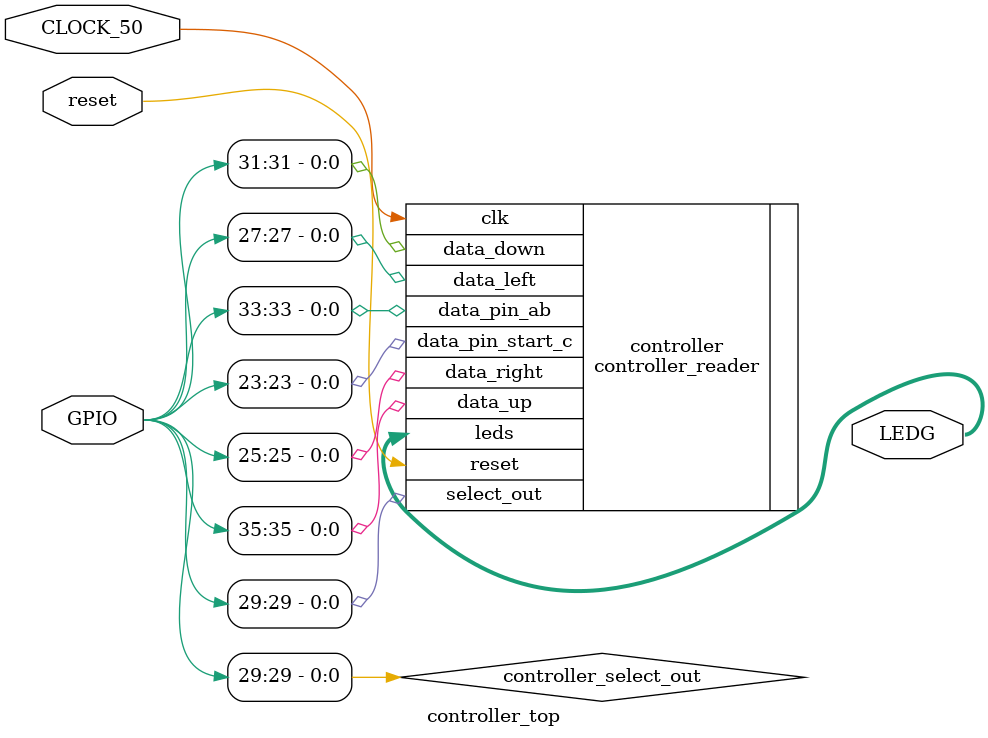
<source format=v>
module controller_top (
    input wire CLOCK_50,
    input wire reset,
    output wire [7:0] LEDG,
    inout wire [35:0] GPIO
);
    wire controller_select_out;

    controller_reader controller (
        .clk(CLOCK_50),
        .reset(reset),
        .leds(LEDG),

        .select_out(controller_select_out),
        .data_up(GPIO[35]),
        .data_down(GPIO[31]),
        .data_left(GPIO[27]),
        .data_right(GPIO[25]),
        .data_pin_ab(GPIO[33]),
        .data_pin_start_c(GPIO[23])
    );

    assign GPIO[29] = controller_select_out;

endmodule
</source>
